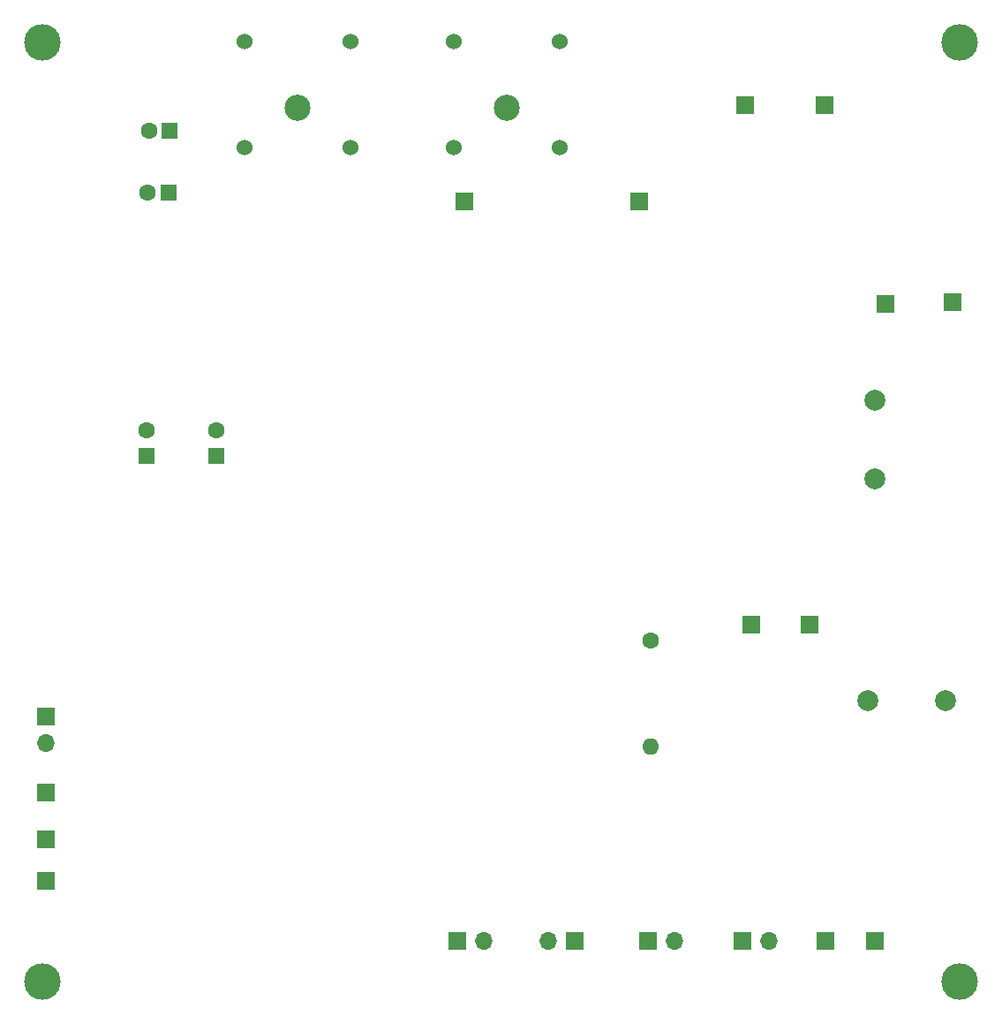
<source format=gbr>
%TF.GenerationSoftware,KiCad,Pcbnew,(6.0.1)*%
%TF.CreationDate,2022-03-07T20:17:15-06:00*%
%TF.ProjectId,power_board,706f7765-725f-4626-9f61-72642e6b6963,rev?*%
%TF.SameCoordinates,Original*%
%TF.FileFunction,Soldermask,Bot*%
%TF.FilePolarity,Negative*%
%FSLAX46Y46*%
G04 Gerber Fmt 4.6, Leading zero omitted, Abs format (unit mm)*
G04 Created by KiCad (PCBNEW (6.0.1)) date 2022-03-07 20:17:15*
%MOMM*%
%LPD*%
G01*
G04 APERTURE LIST*
%ADD10R,1.700000X1.700000*%
%ADD11O,1.700000X1.700000*%
%ADD12C,1.524000*%
%ADD13C,2.500000*%
%ADD14C,1.600000*%
%ADD15O,1.600000X1.600000*%
%ADD16C,3.500000*%
%ADD17R,1.600000X1.600000*%
%ADD18C,2.000000*%
G04 APERTURE END LIST*
D10*
%TO.C,J5*%
X181400000Y-81800000D03*
%TD*%
%TO.C,J19*%
X161225000Y-143000000D03*
D11*
X163765000Y-143000000D03*
%TD*%
D12*
%TO.C,J6*%
X143780000Y-56820000D03*
D13*
X138700000Y-63170000D03*
D12*
X133620000Y-66980000D03*
X143780000Y-66980000D03*
X133620000Y-56820000D03*
%TD*%
D14*
%TO.C,R21*%
X152500000Y-114220000D03*
D15*
X152500000Y-124380000D03*
%TD*%
D10*
%TO.C,J22*%
X145200000Y-143000000D03*
D11*
X142660000Y-143000000D03*
%TD*%
D10*
%TO.C,J1*%
X167700000Y-112700000D03*
%TD*%
D16*
%TO.C,H1*%
X182100000Y-56900000D03*
%TD*%
%TO.C,H3*%
X182100000Y-146900000D03*
%TD*%
D10*
%TO.C,J16*%
X174000000Y-143000000D03*
%TD*%
%TO.C,J17*%
X169200000Y-143000000D03*
%TD*%
D17*
%TO.C,C12*%
X104100000Y-96555113D03*
D14*
X104100000Y-94055113D03*
%TD*%
D17*
%TO.C,C5*%
X106355113Y-65350000D03*
D14*
X104355113Y-65350000D03*
%TD*%
D10*
%TO.C,J4*%
X169100000Y-62900000D03*
%TD*%
D16*
%TO.C,H4*%
X94100000Y-56900000D03*
%TD*%
%TO.C,H2*%
X94100000Y-146900000D03*
%TD*%
D10*
%TO.C,J20*%
X94500000Y-137275000D03*
%TD*%
%TO.C,J3*%
X175000000Y-82000000D03*
%TD*%
D18*
%TO.C,C21*%
X173250000Y-120000000D03*
X180750000Y-120000000D03*
%TD*%
D12*
%TO.C,J9*%
X113520000Y-66980000D03*
D13*
X118600000Y-63170000D03*
D12*
X113520000Y-56820000D03*
X123680000Y-66980000D03*
X123680000Y-56820000D03*
%TD*%
D10*
%TO.C,J12*%
X94500000Y-121500000D03*
D11*
X94500000Y-124040000D03*
%TD*%
D10*
%TO.C,J14*%
X94500000Y-133275000D03*
%TD*%
%TO.C,J10*%
X161500000Y-62900000D03*
%TD*%
D17*
%TO.C,C6*%
X106210225Y-71350000D03*
D14*
X104210225Y-71350000D03*
%TD*%
D10*
%TO.C,J18*%
X152225000Y-143000000D03*
D11*
X154765000Y-143000000D03*
%TD*%
D10*
%TO.C,J21*%
X134600000Y-72200000D03*
%TD*%
%TO.C,J15*%
X94500000Y-128775000D03*
%TD*%
D18*
%TO.C,C20*%
X174000000Y-98750000D03*
X174000000Y-91250000D03*
%TD*%
D17*
%TO.C,C13*%
X110810000Y-96550001D03*
D14*
X110810000Y-94050001D03*
%TD*%
D10*
%TO.C,J2*%
X162100000Y-112700000D03*
%TD*%
%TO.C,J11*%
X151400000Y-72200000D03*
%TD*%
%TO.C,J7*%
X133925000Y-143000000D03*
D11*
X136465000Y-143000000D03*
%TD*%
M02*

</source>
